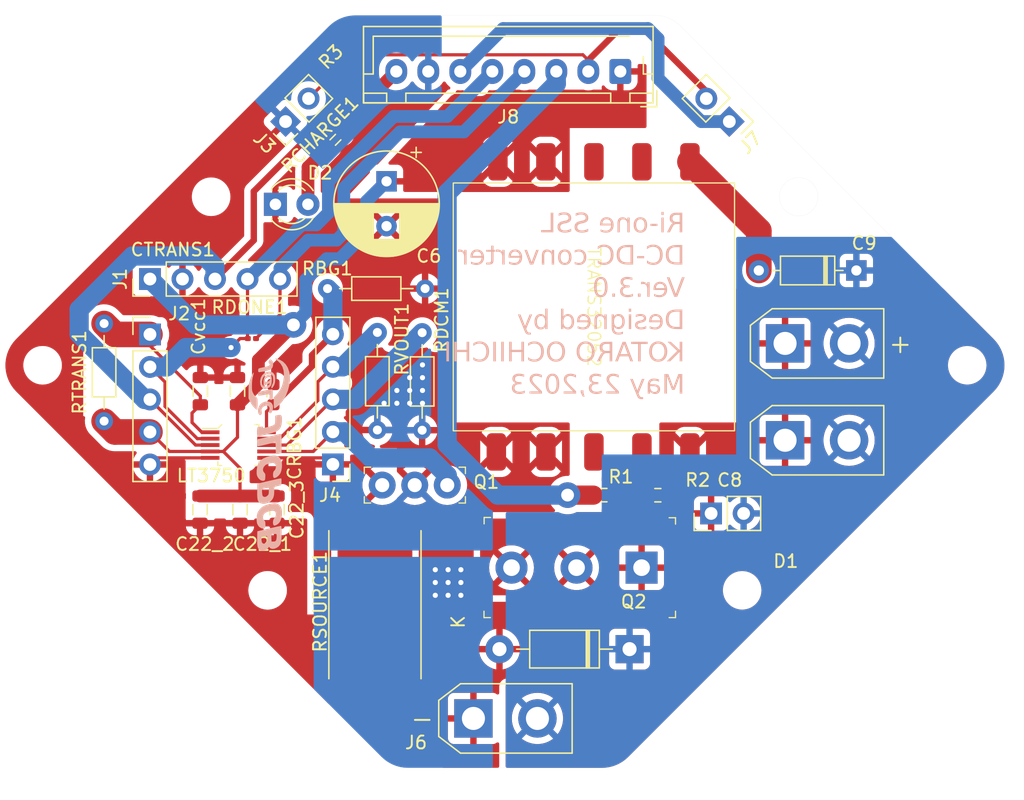
<source format=kicad_pcb>
(kicad_pcb (version 20221018) (generator pcbnew)
  (layers (0 "F.Cu" signal) (31 "B.Cu" signal) (34 "B.Paste" user) (35 "F.Paste" user) (36 "B.SilkS" user "B.Silkscreen") (37 "F.SilkS" user "F.Silkscreen") (38 "B.Mask" user) (39 "F.Mask" user) (44 "Edge.Cuts" user))
  (net 0 "")
  (net 1 "Net-(D1-A)")
  (net 2 "Net-(D2-A)")
  (net 3 "GND")
  (net 4 "GND2")
  (net 9 "/dcdcOUT")
  (net 10 "Net-(J4-rbg)")
  (net 11 "Net-(J2-vtrans)")
  (net 12 "Net-(J4-rvout)")
  (net 13 "Net-(J4-rdcm)")
  (net 14 "/source")
  (net 15 "/gate")
  (net 16 "/drain")
  (net 17 "14v")
  (net 18 "/charge")
  (net 19 "/DONE")
  (net 20 "Net-(J3-Pin_2)")
  (net 21 "/TR_SIG")
  (net 22 "+5V")
  (net 23 "Net-(J8-Pin_3)")
  (net 24 "/drain1")
  (net 25 "+3.3V")
  (net 26 "/gate1")
  (footprint "Diode_THT:D_DO-41_SOD81_P10.16mm_Horizontal" (layer "F.Cu") (at 102.674671 115.203787 180)
    (fp_text reference "D3" hide)
    (fp_text value "1N47xxA")
    (pad "1" thru_hole rect (at 0 0 180) (size 2.2 2.2) (drill 1.1) (layers "*.Cu" "*.Mask") (net 9 "/dcdcOUT"))
    (pad "2" thru_hole oval (at 10.16 0 180) (size 2.2 2.2) (drill 1.1) (layers "*.Cu" "*.Mask") (net 24 "/drain1"))
  )
  (footprint "digikey-footprints:0603" (layer "F.Cu") (at 79.701008 75.420954 45)
    (fp_text reference "RCHARGE1" (at -0.551581 -1.1469 45) (layer "F.SilkS"))
    (fp_text value "1kΩ")
    (pad "1" smd rect (at -0.7 0 45) (size 0.6 0.8) (layers "F.Cu" "F.Paste" "F.Mask") (net 2 "Net-(D2-A)"))
    (pad "2" smd rect (at 0.7 0 45) (size 0.6 0.8) (layers "F.Cu" "F.Paste" "F.Mask") (net 18 "/charge"))
  )
  (footprint "Connector_PinHeader_2.54mm:PinHeader_1x05_P2.54mm_Vertical" (layer "F.Cu") (at 65.213668 86.295444 90)
    (fp_text reference "J1" (at 0 -2.33 90) (layer "F.SilkS"))
    (fp_text value "Conn_01x05_Pin" hide)
    (pad "1" thru_hole rect (at 0 0 90) (size 1.7 1.7) (drill 1) (layers "*.Cu" "*.Mask") (net 17 "14v"))
    (pad "2" thru_hole oval (at 0 2.54 90) (size 1.7 1.7) (drill 1) (layers "*.Cu" "*.Mask") (net 3 "GND"))
    (pad "3" thru_hole oval (at 0 5.08 90) (size 1.7 1.7) (drill 1) (layers "*.Cu" "*.Mask") (net 18 "/charge"))
    (pad "4" thru_hole oval (at 0 7.62 90) (size 1.7 1.7) (drill 1) (layers "*.Cu" "*.Mask") (net 19 "/DONE"))
    (pad "5" thru_hole oval (at 0 10.16 90) (size 1.7 1.7) (drill 1) (layers "*.Cu" "*.Mask") (net 25 "+3.3V"))
  )
  (footprint "Resistor_SMD:R_0603_1608Metric" (layer "F.Cu") (at 104.884671 103.182121 180)
    (fp_text reference "R2" (at -3.115329 1.182121) (layer "F.SilkS"))
    (fp_text value "1kΩ")
    (pad "1" smd roundrect (at -0.825 0 180) (size 0.8 0.95) (layers "F.Cu" "F.Paste" "F.Mask") (net 4 "GND2"))
    (pad "2" smd roundrect (at 0.825 0 180) (size 0.8 0.95) (layers "F.Cu" "F.Paste" "F.Mask") (net 26 "/gate1"))
  )
  (footprint "Resistor_THT:R_Axial_DIN0204_L3.6mm_D1.6mm_P7.62mm_Horizontal" (layer "F.Cu") (at 82.975599 90.467334 -90)
    (fp_text reference "RVOUT1" (at 0.532666 -1.92 90) (layer "F.SilkS"))
    (fp_text value "30kΩ")
    (pad "1" thru_hole circle (at 0 0 270) (size 1.4 1.4) (drill 0.7) (layers "*.Cu" "*.Mask") (net 12 "Net-(J4-rvout)"))
    (pad "2" thru_hole oval (at 7.62 0 270) (size 1.4 1.4) (drill 0.7) (layers "*.Cu" "*.Mask") (net 16 "/drain"))
  )
  (footprint "Inductor_SMD:L_0805_2012Metric" (layer "F.Cu") (at 72.049975 95.053934 90)
    (fp_text reference "Cvcc1" (at 5.053934 -3.049975 90) (layer "F.SilkS"))
    (fp_text value "10uF")
    (pad "1" smd roundrect (at -1.0625 0 90) (size 0.875 1.2) (layers "F.Cu" "F.Paste" "F.Mask") (net 17 "14v"))
    (pad "2" smd roundrect (at 1.0625 0 90) (size 0.875 1.2) (layers "F.Cu" "F.Paste" "F.Mask") (net 3 "GND"))
  )
  (footprint "Connector_AMASS:AMASS_XT30UPB-F_1x02_P5.0mm_Vertical" (layer "F.Cu") (at 114.821651 91.32341)
    (fp_text reference "C9" (at 6.178349 -7.82341) (layer "F.SilkS"))
    (fp_text value "2200uF")
    (fp_text user "+" (at 9 0) (layer "F.SilkS") (effects (font (size 1.5 1.5))))
    (pad "1" thru_hole rect (at 0 0) (size 3 3) (drill 1.8) (layers "*.Cu" "*.Mask") (net 4 "GND2"))
    (pad "2" thru_hole circle (at 5 0) (size 3 3) (drill 1.8) (layers "*.Cu" "*.Mask") (net 9 "/dcdcOUT"))
  )
  (footprint "Inductor_SMD:L_0805_2012Metric" (layer "F.Cu") (at 69.147235 95.053934 -90)
    (fp_text reference "CTRANS1" (at -11.053934 2.147235 -180) (layer "F.SilkS"))
    (fp_text value "10uF 50v")
    (pad "1" smd roundrect (at -1.0625 0 270) (size 0.875 1.2) (layers "F.Cu" "F.Paste" "F.Mask") (net 3 "GND"))
    (pad "2" smd roundrect (at 1.0625 0 270) (size 0.875 1.2) (layers "F.Cu" "F.Paste" "F.Mask") (net 11 "Net-(J2-vtrans)"))
  )
  (footprint "Resistor_SMD:R_0201_0603Metric" (layer "F.Cu") (at 80.09252 69.695226 45)
    (fp_text reference "R3" (at 0 -1.05 45) (layer "F.SilkS"))
    (fp_text value "20kΩ")
    (pad "1" smd roundrect (at -0.32 0 45) (size 0.46 0.4) (layers "F.Cu" "F.Mask") (net 20 "Net-(J3-Pin_2)"))
    (pad "2" smd roundrect (at 0.32 0 45) (size 0.46 0.4) (layers "F.Cu" "F.Mask") (net 22 "+5V"))
  )
  (footprint "Connector_PinHeader_2.54mm:PinHeader_1x02_P2.54mm_Vertical" (layer "F.Cu") (at 75.805631 73.995214 135)
    (fp_text reference "J3" (at 0 -2.33 135) (layer "F.SilkS"))
    (fp_text value "Conn_01x02_Pin" hide)
    (pad "1" thru_hole rect (at 0 0 135) (size 1.7 1.7) (drill 1) (layers "*.Cu" "*.Mask") (net 3 "GND"))
    (pad "2" thru_hole oval (at 0 2.54 135) (size 1.7 1.7) (drill 1) (layers "*.Cu" "*.Mask") (net 20 "Net-(J3-Pin_2)"))
  )
  (footprint "Diode_THT:D_DO-35_SOD27_P7.62mm_Horizontal" (layer "F.Cu") (at 120.391651 85.627161 180)
    (fp_text reference "D1" (at 5.511436 -22.707986) (layer "F.SilkS"))
    (fp_text value "1N4007G")
    (fp_text user "K" (at 31.10609 -27.452039 90) (layer "F.SilkS"))
    (pad "1" thru_hole rect (at 0 0 180) (size 1.6 1.6) (drill 0.8) (layers "*.Cu" "*.Mask") (net 9 "/dcdcOUT"))
    (pad "2" thru_hole oval (at 7.62 0 180) (size 1.6 1.6) (drill 0.8) (layers "*.Cu" "*.Mask") (net 1 "Net-(D1-A)"))
  )
  (footprint "Inductor_SMD:L_0805_2012Metric" (layer "F.Cu") (at 72.247249 104.305965 -90)
    (fp_text reference "C22_1" (at 2.694035 -1.752751) (layer "F.SilkS"))
    (fp_text value "22uF")
    (pad "1" smd roundrect (at -1.0625 0 270) (size 0.875 1.2) (layers "F.Cu" "F.Paste" "F.Mask") (net 17 "14v"))
    (pad "2" smd roundrect (at 1.0625 0 270) (size 0.875 1.2) (layers "F.Cu" "F.Paste" "F.Mask") (net 3 "GND"))
  )
  (footprint "Resistor_SMD:R_0603_1608Metric" (layer "F.Cu") (at 100.671992 103.17481)
    (fp_text reference "R1" (at 1.328008 -1.43) (layer "F.SilkS"))
    (fp_text value "100Ω")
    (pad "1" smd roundrect (at -0.825 0) (size 0.8 0.95) (layers "F.Cu" "F.Paste" "F.Mask") (net 23 "Net-(J8-Pin_3)"))
    (pad "2" smd roundrect (at 0.825 0) (size 0.8 0.95) (layers "F.Cu" "F.Paste" "F.Mask") (net 26 "/gate1"))
  )
  (footprint "DCDC1_library:32052" (layer "F.Cu") (at 99.89 88.47 -90)
    (fp_text reference "TRANS32052" (at 0 0 -90 unlocked) (layer "F.SilkS") (effects (font (thickness 0.1))))
    (fp_text value "~")
    (pad "1" smd roundrect (at -11.33 -7.5 270) (size 2.92 1.52) (layers "F.Cu" "F.Paste" "F.Mask") (net 1 "Net-(D1-A)"))
    (pad "2" smd roundrect (at -11.33 -3.75 270) (size 2.92 1.52) (layers "F.Cu" "F.Paste" "F.Mask"))
    (pad "3" smd roundrect (at -11.33 0 270) (size 2.92 1.52) (layers "F.Cu" "F.Paste" "F.Mask"))
    (pad "4" smd roundrect (at -11.33 3.75 270) (size 2.92 1.52) (layers "F.Cu" "F.Paste" "F.Mask") (net 17 "14v"))
    (pad "5" smd roundrect (at -11.33 7.5 270) (size 2.92 1.52) (layers "F.Cu" "F.Paste" "F.Mask") (net 17 "14v"))
    (pad "6" smd roundrect (at 11.33 7.62 270) (size 2.92 1.52) (layers "F.Cu" "F.Paste" "F.Mask") (net 16 "/drain"))
    (pad "7" smd roundrect (at 11.33 3.75 270) (size 2.92 1.52) (layers "F.Cu" "F.Paste" "F.Mask") (net 16 "/drain"))
    (pad "8" smd roundrect (at 11.33 0 270) (size 2.92 1.52) (layers "F.Cu" "F.Paste" "F.Mask"))
    (pad "9" smd roundrect (at 11.33 -3.75 270) (size 2.92 1.52) (layers "F.Cu" "F.Paste" "F.Mask"))
    (pad "10" smd roundrect (at 11.33 -7.5 270) (size 2.92 1.52) (layers "F.Cu" "F.Paste" "F.Mask") (net 4 "GND2"))
  )
  (footprint "Resistor_THT:R_Axial_DIN0204_L3.6mm_D1.6mm_P7.62mm_Horizontal" (layer "F.Cu") (at 86.474925 90.484144 -90)
    (fp_text reference "RDCM1" (at -0.984144 -1.525075 90) (layer "F.SilkS"))
    (fp_text value "42kΩ")
    (pad "1" thru_hole circle (at 0 0 270) (size 1.4 1.4) (drill 0.7) (layers "*.Cu" "*.Mask") (net 13 "Net-(J4-rdcm)"))
    (pad "2" thru_hole oval (at 7.62 0 270) (size 1.4 1.4) (drill 0.7) (layers "*.Cu" "*.Mask") (net 16 "/drain"))
  )
  (footprint "Connector_PinHeader_2.54mm:PinHeader_1x02_P2.54mm_Vertical" (layer "F.Cu") (at 109.04489 104.605248 90)
    (fp_text reference "C8" (at 2.605248 1.45511 180) (layer "F.SilkS"))
    (fp_text value locked "0.1uF")
    (pad "1" thru_hole rect (at 0 0 90) (size 1.7 1.7) (drill 1) (layers "*.Cu" "*.Mask") (net 4 "GND2"))
    (pad "2" thru_hole oval (at 0 2.54 90) (size 1.7 1.7) (drill 1) (layers "*.Cu" "*.Mask") (net 9 "/dcdcOUT"))
  )
  (footprint "Resistor_SMD:R_Shunt_Vishay_WSR2_WSR3" (layer "F.Cu") (at 82.787085 111.732482 90)
    (fp_text reference "RSOURCE1" (at 0.232482 -4.287085 90) (layer "F.SilkS"))
    (fp_text value "0.01Ω")
    (pad "1" smd rect (at -4.575 0 90) (size 3.94 5.84) (layers "F.Cu" "F.Paste" "F.Mask") (net 3 "GND"))
    (pad "2" smd rect (at 4.575 0 90) (size 3.94 5.84) (layers "F.Cu" "F.Paste" "F.Mask") (net 14 "/source"))
  )
  (footprint "Capacitor_THT:CP_Radial_D8.0mm_P3.50mm" (layer "F.Cu") (at 83.693 78.6638 -90)
    (fp_text reference "C6" (at 5.8362 -3.307 -180) (layer "F.SilkS"))
    (fp_text value "150uF 35v")
    (pad "1" thru_hole rect (at 0 0 270) (size 1.6 1.6) (drill 0.8) (layers "*.Cu" "*.Mask") (net 17 "14v"))
    (pad "2" thru_hole circle (at 3.5 0 270) (size 1.6 1.6) (drill 0.8) (layers "*.Cu" "*.Mask") (net 3 "GND"))
  )
  (footprint "Connector_PinHeader_2.54mm:PinHeader_1x05_P2.54mm_Vertical" (layer "F.Cu") (at 65.213668 90.621638)
    (fp_text reference "J2" (at 2.286332 -1.621638) (layer "F.SilkS"))
    (fp_text value "Conn_01x05_Pin" hide)
    (pad "1" thru_hole rect (at 0 0) (size 1.7 1.7) (drill 1) (layers "*.Cu" "*.Mask") (net 11 "Net-(J2-vtrans)"))
    (pad "2" thru_hole oval (at 0 2.54) (size 1.7 1.7) (drill 1) (layers "*.Cu" "*.Mask") (net 19 "/DONE"))
    (pad "3" thru_hole oval (at 0 5.08) (size 1.7 1.7) (drill 1) (layers "*.Cu" "*.Mask") (net 18 "/charge"))
    (pad "4" thru_hole oval (at 0 7.62) (size 1.7 1.7) (drill 1) (layers "*.Cu" "*.Mask") (net 17 "14v"))
    (pad "5" thru_hole oval (at 0 10.16) (size 1.7 1.7) (drill 1) (layers "*.Cu" "*.Mask") (net 3 "GND"))
  )
  (footprint "LED_THT:LED_D3.0mm_FlatTop" (layer "F.Cu") (at 75.013651 80.459241)
    (fp_text reference "D2" (at 3.486349 -2.459241) (layer "F.SilkS"))
    (fp_text value "LED")
    (pad "1" thru_hole rect (at 0 0) (size 1.8 1.8) (drill 0.9) (layers "*.Cu" "*.Mask") (net 3 "GND"))
    (pad "2" thru_hole circle (at 2.54 0) (size 1.8 1.8) (drill 0.9) (layers "*.Cu" "*.Mask") (net 2 "Net-(D2-A)"))
  )
  (footprint "digikey-footprints:MSOP-10_W3mm" (layer "F.Cu") (at 72.1179 99.263492 -90)
    (fp_text reference "LT3750" (at 2.388752 2.1179) (layer "F.SilkS"))
    (fp_text value "~")
    (pad "1" smd rect (at -1 2.2 270) (size 0.3 1.45) (layers "F.Cu" "F.Paste" "F.Mask") (net 11 "Net-(J2-vtrans)"))
    (pad "2" smd rect (at -0.5 2.2 270) (size 0.3 1.45) (layers "F.Cu" "F.Paste" "F.Mask") (net 19 "/DONE"))
    (pad "3" smd rect (at 0 2.2 270) (size 0.3 1.45) (layers "F.Cu" "F.Paste" "F.Mask") (net 18 "/charge"))
    (pad "4" smd rect (at 0.5 2.2 270) (size 0.3 1.45) (layers "F.Cu" "F.Paste" "F.Mask") (net 17 "14v"))
    (pad "5" smd rect (at 1 2.2 270) (size 0.3 1.45) (layers "F.Cu" "F.Paste" "F.Mask") (net 3 "GND"))
    (pad "6" smd rect (at 1 -2.2 270) (size 0.3 1.45) (layers "F.Cu" "F.Paste" "F.Mask") (net 14 "/source"))
    (pad "7" smd rect (at 0.5 -2.2 270) (size 0.3 1.45) (layers "F.Cu" "F.Paste" "F.Mask") (net 15 "/gate"))
    (pad "8" smd rect (at 0 -2.2 270) (size 0.3 1.45) (layers "F.Cu" "F.Paste" "F.Mask") (net 13 "Net-(J4-rdcm)"))
    (pad "9" smd rect (at -0.5 -2.2 270) (size 0.3 1.45) (layers "F.Cu" "F.Paste" "F.Mask") (net 12 "Net-(J4-rvout)"))
    (pad "10" smd rect (at -1 -2.2 270) (size 0.3 1.45) (layers "F.Cu" "F.Paste" "F.Mask") (net 10 "Net-(J4-rbg)"))
  )
  (footprint "Inductor_SMD:L_0603_1608Metric" (layer "F.Cu") (at 74.856533 95.323934 90)
    (fp_text reference "CRBG1" (at -4.176066 1.643467 90) (layer "F.SilkS"))
    (fp_text value "51pF")
    (pad "1" smd roundrect (at -0.7875 0 90) (size 0.875 0.95) (layers "F.Cu" "F.Paste" "F.Mask") (net 10 "Net-(J4-rbg)"))
    (pad "2" smd roundrect (at 0.7875 0 90) (size 0.875 0.95) (layers "F.Cu" "F.Paste" "F.Mask") (net 3 "GND"))
  )
  (footprint "Resistor_SMD:R_0201_0603Metric" (layer "F.Cu") (at 73.177209 90.944093 180)
    (fp_text reference "RDONE1" (at 0.177209 2.444093) (layer "F.SilkS"))
    (fp_text value "100kΩ")
    (pad "1" smd roundrect (at -0.32 0 180) (size 0.46 0.4) (layers "F.Cu" "F.Mask") (net 25 "+3.3V"))
    (pad "2" smd roundrect (at 0.32 0 180) (size 0.46 0.4) (layers "F.Cu" "F.Mask") (net 19 "/DONE"))
  )
  (footprint "Connector_AMASS:AMASS_XT30UPB-F_1x02_P5.0mm_Vertical" (layer "F.Cu") (at 114.821651 98.889433)
    (fp_text reference "J5" hide)
    (fp_text value "Conn_01x02_Pin" hide)
    (pad "1" thru_hole rect (at 0 0) (size 3 3) (drill 1.8) (layers "*.Cu" "*.Mask") (net 4 "GND2"))
    (pad "2" thru_hole circle (at 5 0) (size 3 3) (drill 1.8) (layers "*.Cu" "*.Mask") (net 9 "/dcdcOUT"))
  )
  (footprint "Resistor_THT:R_Axial_DIN0204_L3.6mm_D1.6mm_P7.62mm_Horizontal" (layer "F.Cu") (at 79.083796 87.042366)
    (fp_text reference "RBG1" (at -0.017704 -1.560923) (layer "F.SilkS"))
    (fp_text value "2.49kΩ")
    (pad "1" thru_hole circle (at 0 0) (size 1.4 1.4) (drill 0.7) (layers "*.Cu" "*.Mask") (net 10 "Net-(J4-rbg)"))
    (pad "2" thru_hole oval (at 7.62 0) (size 1.4 1.4) (drill 0.7) (layers "*.Cu" "*.Mask") (net 3 "GND"))
  )
  (footprint "Inductor_SMD:L_0805_2012Metric" (layer "F.Cu") (at 69.124622 104.305965 -90)
    (fp_text reference "C22_2" (at 2.694035 -0.375378) (layer "F.SilkS"))
    (fp_text value "22uF")
    (pad "1" smd roundrect (at -1.0625 0 270) (size 0.875 1.2) (layers "F.Cu" "F.Paste" "F.Mask") (net 17 "14v"))
    (pad "2" smd roundrect (at 1.0625 0 270) (size 0.875 1.2) (layers "F.Cu" "F.Paste" "F.Mask") (net 3 "GND"))
  )
  (footprint "Connector_PinHeader_2.54mm:PinHeader_1x02_P2.54mm_Vertical" (layer "F.Cu") (at 110.466747 73.995214 -135)
    (fp_text reference "J7" (at 0 -2.33 45) (layer "F.SilkS"))
    (fp_text value "Conn_01x02_Pin" hide)
    (pad "1" thru_hole rect (at 0 0 225) (size 1.7 1.7) (drill 1) (layers "*.Cu" "*.Mask") (net 21 "/TR_SIG"))
    (pad "2" thru_hole oval (at 0 2.54 225) (size 1.7 1.7) (drill 1) (layers "*.Cu" "*.Mask") (net 22 "+5V"))
  )
  (footprint "Connector_PinHeader_2.54mm:PinHeader_1x05_P2.54mm_Vertical" (layer "F.Cu") (at 79.5 100.771638 180)
    (fp_text reference "J4" (at 0.220442 -2.413126) (layer "F.SilkS"))
    (fp_text value "Conn_01x05_Pin" hide)
    (pad "1" thru_hole rect (at 0 0 180) (size 1.7 1.7) (drill 1) (layers "*.Cu" "*.Mask") (net 14 "/source"))
    (pad "2" thru_hole oval (at 0 2.54 180) (size 1.7 1.7) (drill 1) (layers "*.Cu" "*.Mask") (net 15 "/gate"))
    (pad "3" thru_hole oval (at 0 5.08 180) (size 1.7 1.7) (drill 1) (layers "*.Cu" "*.Mask") (net 13 "Net-(J4-rdcm)"))
    (pad "4" thru_hole oval (at 0 7.62 180) (size 1.7 1.7) (drill 1) (layers "*.Cu" "*.Mask") (net 12 "Net-(J4-rvout)"))
    (pad "5" thru_hole oval (at 0 10.16 180) (size 1.7 1.7) (drill 1) (layers "*.Cu" "*.Mask") (net 10 "Net-(J4-rbg)"))
  )
  (footprint "Connector_JST:JST_XH_B8B-XH-AM_1x08_P2.50mm_Vertical" (layer "F.Cu") (at 101.952979 70.080398 180)
    (fp_text reference "J8" (at 8.75 -3.55 180) (layer "F.SilkS"))
    (fp_text value "Conn_01x08_Pin")
    (pad "" np_thru_hole circle (at -1.6 2 180) (size 1.2 1.2) (drill 1.2) (layers "*.Cu" "*.Mask"))
    (pad "1" thru_hole roundrect (at 0 0 180) (size 1.7 1.95) (drill 0.95) (layers "*.Cu" "*.Mask") (roundrect_rratio 0.147059) (net 17 "14v"))
    (pad "2" thru_hole oval (at 2.5 0 180) (size 1.7 1.95) (drill 0.95) (layers "*.Cu" "*.Mask") (net 22 "+5V"))
    (pad "3" thru_hole oval (at 5 0 180) (size 1.7 1.95) (drill 0.95) (layers "*.Cu" "*.Mask") (net 23 "Net-(J8-Pin_3)"))
    (pad "4" thru_hole oval (at 7.5 0 180) (size 1.7 1.95) (drill 0.95) (layers "*.Cu" "*.Mask") (net 25 "+3.3V"))
    (pad "5" thru_hole oval (at 10 0 180) (size 1.7 1.95) (drill 0.95) (layers "*.Cu" "*.Mask") (net 19 "/DONE"))
    (pad "6" thru_hole oval (at 12.5 0 180) (size 1.7 1.95) (drill 0.95) (layers "*.Cu" "*.Mask") (net 21 "/TR_SIG"))
    (pad "7" thru_hole oval (at 15 0 180) (size 1.7 1.95) (drill 0.95) (layers "*.Cu" "*.Mask") (net 3 "GND"))
    (pad "8" thru_hole oval (at 17.5 0 180) (size 1.7 1.95) (drill 0.95) (layers "*.Cu" "*.Mask") (net 18 "/charge"))
  )
  (footprint "Connector_AMASS:AMASS_XT30UPB-F_1x02_P5.0mm_Vertical" (layer "F.Cu") (at 90.479586 120.617232)
    (fp_text reference "J6" (at -4.479586 1.882768) (layer "F.SilkS"))
    (fp_text value "Conn_01x02_Pin" hide)
    (fp_text user "-" (at -4 0) (layer "F.SilkS") (effects (font (size 1.5 1.5))))
    (pad "1" thru_hole rect (at 0 0) (size 3 3) (drill 1.8) (layers "*.Cu" "*.Mask") (net 24 "/drain1"))
    (pad "2" thru_hole circle (at 5 0) (size 3 3) (drill 1.8) (layers "*.Cu" "*.Mask") (net 9 "/dcdcOUT"))
  )
  (footprint "digikey-footprints:TERM_BLOCK_1x3_P5.08MM" (layer "F.Cu") (at 103.614671 108.840342 180)
    (fp_text reference "Q2" (at 0.614671 -2.659658) (layer "F.SilkS"))
    (fp_text value "IRFP150NPbF")
    (pad "1" thru_hole rect (at 0 0 180) (size 2.5 2.5) (drill 1.3) (layers "*.Cu" "*.Mask") (net 4 "GND2"))
    (pad "2" thru_hole circle (at 5.08 0 180) (size 2.5 2.5) (drill 1.3) (layers "*.Cu" "*.Mask") (net 24 "/drain1"))
    (pad "3" thru_hole circle (at 10.16 0 180) (size 2.5 2.5) (drill 1.3) (layers "*.Cu" "*.Mask") (net 26 "/gate1"))
  )
  (footprint "Inductor_SMD:L_0805_2012Metric" (layer "F.Cu") (at 75.138571 104.305965 -90)
    (fp_text reference "C22_3" (at 0 -1.55 90) (layer "F.SilkS"))
    (fp_text value "22uF")
    (pad "1" smd roundrect (at -1.0625 0 270) (size 0.875 1.2) (layers "F.Cu" "F.Paste" "F.Mask") (net 17 "14v"))
    (pad "2" smd roundrect (at 1.0625 0 270) (size 0.875 1.2) (layers "F.Cu" "F.Paste" "F.Mask") (net 3 "GND"))
  )
  (footprint "digikey-footprints:PinHeader_1x3_P2.54_Drill1.1mm" (layer "F.Cu") (at 83.354722 102.392121)
    (fp_text reference "Q1" (at 8.129363 -0.238282) (layer "F.SilkS"))
    (fp_text value "tk20a60u")
    (pad "1" thru_hole circle (at 0 0) (size 2.1 2.1) (drill 1.1) (layers "*.Cu" "*.Mask") (net 14 "/source"))
    (pad "2" thru_hole circle (at 2.54 0) (size 2.1 2.1) (drill 1.1) (layers "*.Cu" "*.Mask") (net 16 "/drain"))
    (pad "3" thru_hole circle (at 5.08 0) (size 2.1 2.1) (drill 1.1) (layers "*.Cu" "*.Mask") (net 15 "/gate"))
  )
  (footprint "Resistor_THT:R_Axial_DIN0204_L3.6mm_D1.6mm_P7.62mm_Horizontal" (layer "F.Cu") (at 61.63181 97.391638 90)
    (fp_text reference "RTRANS1" (at 3.81 -1.92 90) (layer "F.SilkS"))
    (fp_text value "0Ω")
    (pad "1" thru_hole circle (at 0 0 90) (size 1.4 1.4) (drill 0.7) (layers "*.Cu" "*.Mask") (net 17 "14v"))
    (pad "2" thru_hole oval (at 7.62 0 90) (size 1.4 1.4) (drill 0.7) (layers "*.Cu" "*.Mask") (net 11 "Net-(J2-vtrans)"))
  )
  (footprint "DCDC1_library:jlc4" (layer "B.Cu") (at 74.5 100 -90)
    (fp_text reference "G***" hide)
    (fp_text value "LOGO" hide)
  )
  (gr_line (start 79.190161 66.55329) (end 77.249601 68.49385) (stroke (width 0.00764)) (layer "Edge.Cuts"))
  (gr_line (start 104.629286 65.700725) (end 81.248436 65.700725) (stroke (width 0.00764)) (layer "Edge.Cuts"))
  (gr_line (start 122.487516 82.353246) (end 108.62812 68.49385) (stroke (width 0.00764)) (layer "Edge.Cuts"))
  (gr_line (start 63.390205 82.353246) (end 54.77 90.973451) (stroke (width 0.00764)) (layer "Edge.Cuts"))
  (gr_line (start 108.62812 68.49385) (end 106.68756 66.55329) (stroke (width 0.00764)) (layer "Edge.Cuts"))
  (gr_line (start 115.463247 110.734474) (end 131.107721 95.09) (stroke (width 0.00764)) (layer "Edge.Cuts"))
  (gr_circle (center 56.828275 93.031726) (end 58.332209 93.031726) (stroke (width 0.00764)) (fill none) (layer "Edge.Cuts"))
  (gr_line (start 54.77 95.09) (end 70.414475 110.734474) (stroke (width 0.00764)) (layer "Edge.Cuts"))
  (gr_line (start 92.938861 124.476156) (end 100.515856 124.476156) (stroke (width 0.00764)) (layer "Edge.Cuts"))
  (gr_circle (center 111.471209 110.609963) (end 112.975143 110.609963) (stroke (width 0.00764)) (fill none) (layer "Edge.Cuts"))
  (gr_arc (start 85.361866 124.476156) (mid 84.247931 124.25459) (end 83.303591 123.623591) (stroke (width 0.00764)) (layer "Edge.Cuts"))
  (gr_line (start 70.414475 110.734474) (end 83.303591 123.623591) (stroke (width 0.00764)) (layer "Edge.Cuts"))
  (gr_line (start 131.107721 90.973451) (end 122.487516 82.353246) (stroke (width 0.00764)) (layer "Edge.Cuts"))
  (gr_circle (center 115.885983 79.868262) (end 117.389917 79.868262) (stroke (width 0.00764)) (fill none) (layer "Edge.Cuts"))
  (gr_arc (start 131.107721 90.973451) (mid 131.960288 93.031725) (end 131.107721 95.09) (stroke (width 0.00764)) (layer "Edge.Cuts"))
  (gr_circle (center 74.406513 110.609963) (end 75.910447 110.609963) (stroke (width 0.00764)) (fill none) (layer "Edge.Cuts"))
  (gr_line (start 102.574131 123.623591) (end 115.463247 110.734474) (stroke (width 0.00764)) (layer "Edge.Cuts"))
  (gr_arc (start 79.190161 66.55329) (mid 80.134505 65.922298) (end 81.248436 65.700725) (stroke (width 0.00764)) (layer "Edge.Cuts"))
  (gr_circle (center 69.991739 79.868262) (end 71.495673 79.868262) (stroke (width 0.00764)) (fill none) (layer "Edge.Cuts"))
  (gr_arc (start 54.77 95.09) (mid 53.917434 93.031725) (end 54.77 90.973451) (stroke (width 0.00764)) (layer "Edge.Cuts"))
  (gr_arc (start 102.574131 123.623591) (mid 101.62979 124.254598) (end 100.515856 124.476156) (stroke (width 0.00764)) (layer "Edge.Cuts"))
  (gr_circle (center 129.049447 93.031726) (end 130.553381 93.031726) (stroke (width 0.00764)) (fill none) (layer "Edge.Cuts"))
  (gr_line (start 77.249601 68.49385) (end 63.390205 82.353246) (stroke (width 0.00764)) (layer "Edge.Cuts"))
  (gr_arc (start 104.629286 65.700725) (mid 105.743225 65.922285) (end 106.68756 66.55329) (stroke (width 0.00764)) (layer "Edge.Cuts"))
  (gr_line (start 85.361866 124.476156) (end 92.938861 124.476156) (stroke (width 0.00764)) (layer "Edge.Cuts"))
  (gr_text "Ri-one SSL\nDC-DC converter \nVer.3.0\nDesigned by \nKOTARO OCHIICHI\nMay 23,2023" (at 107 95.5) (layer "B.SilkS") (effects (font (size 1.5 1.5)) (justify left bottom mirror)))
  (segment (start 112.771651 82.521651) (end 107.39 77.14) (width 2) (layer "F.Cu") (net 1))
  (segment (start 112.771651 85.627161) (end 112.771651 82.521651) (width 2) (layer "F.Cu") (net 1))
  (segment (start 77.553651 77.929573) (end 77.553651 80.459241) (width 1) (layer "F.Cu") (net 2))
  (segment (start 77.564568 77.918656) (end 77.553651 77.929573) (width 1) (layer "F.Cu") (net 2))
  (segment (start 79.206033 75.915929) (end 77.564568 77.557394) (width 1) (layer "F.Cu") (net 2))
  (segment (start 77.564568 77.557394) (end 77.564568 77.918656) (width 1) (layer "F.Cu") (net 2))
  (segment (start 65.731814 100.263492) (end 65.213668 100.781638) (width 0.25) (layer "F.Cu") (net 3))
  (segment (start 69.9179 100.263492) (end 65.731814 100.263492) (width 0.25) (layer "F.Cu") (net 3))
  (segment (start 74.3179 96.650067) (end 74.856533 96.111434) (width 0.25) (layer "F.Cu") (net 10))
  (segment (start 77.872849 92.238789) (end 79.5 90.611638) (width 0.5) (layer "F.Cu") (net 10))
  (segment (start 74.856533 96.111434) (end 77.872849 93.095118) (width 0.5) (layer "F.Cu") (net 10))
  (segment (start 74.3179 98.263492) (end 74.3179 96.650067) (width 0.25) (layer "F.Cu") (net 10))
  (segment (start 77.872849 93.095118) (end 77.872849 92.238789) (width 0.5) (layer "F.Cu") (net 10))
  (segment (start 79.5 87.45857) (end 79.083796 87.042366) (width 1.5) (layer "B.Cu") (net 10))
  (segment (start 79.5 90.611638) (end 79.5 87.45857) (width 1.5) (layer "B.Cu") (net 10))
  (segment (start 68.5 97.5) (end 69.263492 98.263492) (width 0.25) (layer "F.Cu") (net 11))
  (segment (start 69.147235 95.433504) (end 65.213668 91.499937) (width 0.25) (layer "F.Cu") (net 11))
  (segment (start 69.147235 96.116434) (end 68.5 96.763669) (width 0.25) (layer "F.Cu") (net 11))
  (segment (start 62.48181 90.621638) (end 61.63181 89.771638) (width 2) (layer "F.Cu") (net 11))
  (segment (start 69.147235 96.116434) (end 69.147235 95.433504) (width 0.25) (layer "F.Cu") (net 11))
  (segment (start 68.5 96.763669) (end 68.5 97.5) (width 0.25) (layer "F.Cu") (net 11))
  (segment (start 65.213668 90.621638) (end 62.48181 90.621638) (width 2) (layer "F.Cu") (net 11))
  (segment (start 69.263492 98.263492) (end 69.9179 98.263492) (width 0.25) (layer "F.Cu") (net 11))
  (segment (start 65.213668 91.499937) (end 65.213668 90.621638) (width 0.25) (layer "F.Cu") (net 11))
  (segment (start 74.3179 98.763492) (end 75.3429 98.763492) (width 0.25) (layer "F.Cu") (net 12))
  (segment (start 78.325 95.781392) (end 78.325 94.326638) (width 0.25) (layer "F.Cu") (net 12))
  (segment (start 78.325 94.326638) (end 79.5 93.151638) (width 0.25) (layer "F.Cu") (net 12))
  (segment (start 75.3429 98.763492) (end 78.325 95.781392) (width 0.25) (layer "F.Cu") (net 12))
  (segment (start 82.975599 90.467334) (end 80.291295 93.151638) (width 1.5) (layer "B.Cu") (net 12))
  (segment (start 80.291295 93.151638) (end 79.5 93.151638) (width 1.5) (layer "B.Cu") (net 12))
  (segment (start 74.3179 99.263492) (end 75.928146 99.263492) (width 0.25) (layer "F.Cu") (net 13))
  (segment (start 75.928146 99.263492) (end 79.5 95.691638) (width 0.25) (layer "F.Cu") (net 13))
  (segment (start 86.474925 90.484144) (end 81.267431 95.691638) (width 1.5) (layer "B.Cu") (net 13))
  (segment (start 81.267431 95.691638) (end 79.5 95.691638) (width 1.5) (layer "B.Cu") (net 13))
  (segment (start 74.3179 100.263492) (end 78.991854 100.263492) (width 0.25) (layer "F.Cu") (net 14))
  (segment (start 78.991854 100.263492) (end 79.5 100.771638) (width 0.25) (layer "F.Cu") (net 14))
  (via (at 88.5 111) (size 0.8) (drill 0.4) (layers "F.Cu" "B.Cu") (net 14))
  (via (at 89.5 109) (size 0.8) (drill 0.4) (layers "F.Cu" "B.Cu") (net 14))
  (via (at 87.5 110) (size 0.8) (drill 0.4) (layers "F.Cu" "B.Cu") (net 14))
  (via (at 87.5 111) (size 0.8) (drill 0.4) (layers "F.Cu" "B.Cu") (net 14))
  (via (at 89.5 110) (size 0.8) (drill 0.4) (layers "F.Cu" "B.Cu") (net 14))
  (via (at 89.5 111) (size 0.8) (drill 0.4) (layers "F.Cu" "B.Cu") (net 14))
  (via (at 88.5 109) (size 0.8) (drill 0.4) (layers "F.Cu" "B.Cu") (net 14))
  (via (at 88.5 110) (size 0.8) (drill 0.4) (layers "F.Cu" "B.Cu") (net 14))
  (via (at 87.5 109) (size 0.8) (drill 0.4) (layers "F.Cu" "B.Cu") (net 14))
  (segment (start 77.968146 99.763492) (end 79.5 98.231638) (width 0.25) (layer "F.Cu") (net 15))
  (segment (start 74.3179 99.763492) (end 77.968146 99.763492) (width 0.25) (layer "F.Cu") (net 15))
  (segment (start 79.5 98.231638) (end 80.432897 98.231638) (width 1.5) (layer "B.Cu") (net 15))
  (segment (start 80.432897 98.231638) (end 82.464959 100.2637) (width 1.5) (layer "B.Cu") (net 15))
  (segment (start 87.0663 100.2637) (end 88.434722 101.632122) (width 1.5) (layer "B.Cu") (net 15))
  (segment (start 82.464959 100.2637) (end 87.0663 100.2637) (width 1.5) (layer "B.Cu") (net 15))
  (segment (start 88.434722 101.632122) (end 88.434722 102.392121) (width 1.5) (layer "B.Cu") (net 15))
  (via (at 86.5 95) (size 0.8) (drill 0.4) (layers "F.Cu" "B.Cu") (net 16))
  (via (at 85.5 94) (size 0.8) (drill 0.4) (layers "F.Cu" "B.Cu") (net 16))
  (via (at 86.5 93) (size 0.8) (drill 0.4) (layers "F.Cu" "B.Cu") (net 16))
  (via (at 86.5 96) (size 0.8) (drill 0.4) (layers "F.Cu" "B.Cu") (net 16))
  (via (at 86.5 94) (size 0.8) (drill 0.4) (layers "F.Cu" "B.Cu") (net 16))
  (via (at 83.5 96) (size 0.8) (drill 0.4) (layers "F.Cu" "B.Cu") (net 16))
  (via (at 85.5 96) (size 0.8) (drill 0.4) (layers "F.Cu" "B.Cu") (net 16))
  (via (at 84.5 95) (size 0.8) (drill 0.4) (layers "F.Cu" "B.Cu") (net 16))
  (via (at 84.5 96) (size 0.8) (drill 0.4) (layers "F.Cu" "B.Cu") (net 16))
  (via (at 85.5 95) (size 0.8) (drill 0.4) (layers "F.Cu" "B.Cu") (net 16))
  (segment (start 72.247249 101.067841) (end 72.247249 103.243465) (width 0.25) (layer "F.Cu") (net 17))
  (segment (start 75.138571 103.243465) (end 72.247249 103.243465) (width 1) (layer "F.Cu") (net 17))
  (segment (start 69.9179 99.763492) (end 70.9429 99.763492) (width 0.25) (layer "F.Cu") (net 17))
  (segment (start 66.735522 99.763492) (end 65.213668 98.241638) (width 0.25) (layer "F.Cu") (net 17))
  (segment (start 69.9179 99.763492) (end 66.735522 99.763492) (width 0.25) (layer "F.Cu") (net 17))
  (segment (start 72.049975 96.116434) (end 73.681533 94.484876) (width 1) (layer "F.Cu") (net 17))
  (segment (start 65.213668 98.241638) (end 62.48181 98.241638) (width 2) (layer "F.Cu") (net 17))
  (segment (start 70.9429 99.763492) (end 72.247249 101.067841) (width 0.25) (layer "F.Cu") (net 17))
  (segment (start 72.049975 98.656417) (end 72.049975 96.116434) (width 0.25) (layer "F.Cu") (net 17))
  (segment (start 70.9429 99.763492) (end 72.049975 98.656417) (width 0.25) (layer "F.Cu") (net 17))
  (segment (start 73.681533 92.617357) (end 76.422849 89.876041) (width 1) (layer "F.Cu") (net 17))
  (segment (start 69.124622 103.243465) (end 72.247249 103.243465) (width 1) (layer "F.Cu") (net 17))
  (segment (start 73.681533 94.484876) (end 73.681533 92.617357) (width 1) (layer "F.Cu") (net 17))
  (segment (start 62.48181 98.241638) (end 61.63181 97.391638) (width 2) (layer "F.Cu") (net 17))
  (via (at 76.422849 89.876041) (size 2) (drill 1) (layers "F.Cu" "B.Cu") (net 17))
  (segment (start 80.043492 84.709) (end 82.1436 82.608892) (width 1) (layer "B.Cu") (net 17))
  (segment (start 76.422849 89.876041) (end 77.373753 88.925137) (width 1) (layer "B.Cu") (net 17))
  (segment (start 82.1436 82.608892) (end 82.1436 80.2132) (width 1) (layer "B.Cu") (net 17))
  (segment (start 77.373753 86.348245) (end 79.012998 84.709) (width 1) (layer "B.Cu") (net 17))
  (segment (start 79.012998 84.709) (end 80.043492 84.709) (width 1) (layer "B.Cu") (net 17))
  (segment (start 65.213668 86.301029) (end 65.213668 86.295444) (width 1.5) (layer "B.Cu") (net 17))
  (segment (start 76.422849 89.876041) (end 68.78868 89.876041) (width 1.5) (layer "B.Cu") (net 17))
  (segment (start 77.373753 88.925137) (end 77.373753 86.348245) (width 1) (layer "B.Cu") (net 17))
  (segment (start 82.1436 80.2132) (end 83.693 78.6638) (width 1) (layer "B.Cu") (net 17))
  (segment (start 68.78868 89.876041) (end 65.213668 86.301029) (width 1.5) (layer "B.Cu") (net 17))
  (segment (start 80.195983 74.337394) (end 84.452979 70.080398) (width 1) (layer "F.Cu") (net 18))
  (segment (start 65.213668 95.701638) (end 68.775522 99.263492) (width 0.25) (layer "F.Cu") (net 18))
  (segment (start 70.293668 86.295444) (end 73.323538 83.265574) (width 0.5) (layer "F.Cu") (net 18))
  (segment (start 73.323538 79.449354) (end 77.846913 74.925979) (width 0.5) (layer "F.Cu") (net 18))
  (segment (start 68.775522 99.263492) (end 69.9179 99.263492) (width 0.25) (layer "F.Cu") (net 18))
  (segment (start 80.195983 74.925979) (end 80.195983 74.337394) (width 1) (layer "F.Cu") (net 18))
  (segment (start 73.323538 83.265574) (end 73.323538 79.449354) (width 0.5) (layer "F.Cu") (net 18))
  (segment (start 77.846913 74.925979) (end 80.195983 74.925979) (width 0.5) (layer "F.Cu") (net 18))
  (segment (start 69.450166 84.495444) (end 70.293668 85.338946) (width 1.5) (layer "B.Cu") (net 18))
  (segment (start 65.213668 95.701638) (end 64.804094 95.701638) (width 1.5) (layer "B.Cu") (net 18))
  (segment (start 59.681811 90.579355) (end 59.681811 88.668215) (width 1.5) (layer "B.Cu") (net 18))
  (segment (start 63.854582 84.495444) (end 69.450166 84.495444) (width 1.5) (layer "B.Cu") (net 18))
  (segment (start 59.681811 88.668215) (end 63.854582 84.495444) (width 1.5) (layer "B.Cu") (net 18))
  (segment (start 64.804094 95.701638) (end 59.681811 90.579355) (width 1.5) (layer "B.Cu") (net 18))
  (segment (start 70.293668 85.338946) (end 70.293668 86.295444) (width 1.5) (layer "B.Cu") (net 18))
  (segment (start 72.251134 90.944093) (end 71.546735 91.648492) (width 0.25) (layer "F.Cu") (net 19))
  (segment (start 72.857209 90.944093) (end 72.833668 90.920552) (width 0.25) (layer "F.Cu") (net 19))
  (segment (start 66.388668 94.336638) (end 65.213668 93.161638) (width 0.25) (layer "F.Cu") (net 19))
  (segment (start 72.857209 90.944093) (end 72.251134 90.944093) (width 0.25) (layer "F.Cu") (net 19))
  (segment (start 69.9179 98.763492) (end 68.911918 98.763492) (width 0.25) (layer "F.Cu") (net 19))
  (segment (start 72.833668 90.920552) (end 72.833668 86.295444) (width 0.25) (layer "F.Cu") (net 19))
  (segment (start 66.388668 96.240242) (end 66.388668 94.336638) (width 0.25) (layer "F.Cu") (net 19))
  (segment (start 68.911918 98.763492) (end 66.388668 96.240242) (width 0.25) (layer "F.Cu") (net 19))
  (via (at 71.546735 91.648492) (size 0.8) (drill 0.4) (layers "F.Cu" "B.Cu") (net 19))
  (segment (start 77.069871 82.059241) (end 78.216393 82.059241) (width 1) (layer "B.Cu") (net 19))
  (segment (start 66.497663 93.161638) (end 65.213668 93.161638) (width 1.5) (layer "B.Cu") (net 19))
  (segment (start 68.010809 91.648492) (end 66.497663 93.161638) (width 1.5) (layer "B.Cu") (net 19))
  (segment (start 79.153651 81.121983) (end 79.153651 78.702557) (width 1) (layer "B.Cu") (net 19))
  (segment (start 72.833668 86.295444) (end 77.069871 82.059241) (width 1) (layer "B.Cu") (net 19))
  (segment (start 79.153651 78.702557) (end 84.258477 73.597731) (width 1) (layer "B.Cu") (net 19))
  (segment (start 88.435646 73.597731) (end 91.952979 70.080398) (width 1) (layer "B.Cu") (net 19))
  (segment (start 84.258477 73.597731) (end 88.435646 73.597731) (width 1) (layer "B.Cu") (net 19))
  (segment (start 71.546735 91.648492) (end 68.010809 91.648492) (width 1.5) (layer "B.Cu") (net 19))
  (segment (start 78.216393 82.059241) (end 79.153651 81.121983) (width 1) (layer "B.Cu") (net 19))
  (segment (start 79.866246 69.934599) (end 77.601682 72.199163) (width 0.25) (layer "F.Cu") (net 20))
  (segment (start 79.866246 69.9215) (end 79.866246 69.934599) (width 0.25) (layer "F.Cu") (net 20))
  (segment (start 104.112167 66.730398) (end 92.802979 66.730398) (width 1) (layer "B.Cu") (net 21))
  (segment (start 108.274715 73.995214) (end 104.902979 70.623478) (width 1) (layer "B.Cu") (net 21))
  (segment (start 104.902979 70.623478) (end 104.902979 67.52121) (width 1) (layer "B.Cu") (net 21))
  (segment (start 104.902979 67.52121) (end 104.112167 66.730398) (width 1) (layer "B.Cu") (net 21))
  (segment (start 110.466747 73.995214) (end 108.274715 73.995214) (width 1) (layer "B.Cu") (net 21))
  (segment (start 92.802979 66.730398) (end 89.452979 70.080398) (width 1) (layer "B.Cu") (net 21))
  (segment (start 99.452979 69.204788) (end 101.68059 66.977177) (width 0.5) (layer "F.Cu") (net 22))
  (segment (start 101.68059 66.977177) (end 104.005393 66.977177) (width 0.5) (layer "F.Cu") (net 22))
  (segment (start 108.670696 71.64248) (end 108.670696 72.199163) (width 0.5) (layer "F.Cu") (net 22))
  (segment (start 104.005393 66.977177) (end 108.670696 71.64248) (width 0.5) (layer "F.Cu") (net 22))
  (segment (start 80.318794 69.468952) (end 81.007348 68.780398) (width 0.25) (layer "F.Cu") (net 22))
  (segment (start 99.028589 68.780398) (end 99.452979 69.204788) (width 0.25) (layer "F.Cu") (net 22))
  (segment (start 99.452979 70.080398) (end 99.452979 69.204788) (width 0.5) (layer "F.Cu") (net 22))
  (segment (start 81.007348 68.780398) (end 99.028589 68.780398) (width 0.25) (layer "F.Cu") (net 22))
  (segment (start 99.846992 103.17481) (end 97.835768 103.17481) (width 1.5) (layer "F.Cu") (net 23))
  (segment (start 97.835768 103.17481) (end 97.833257 103.172299) (width 1.5) (layer "F.Cu") (net 23))
  (via (at 97.833257 103.172299) (size 2) (drill 1) (layers "F.Cu" "B.Cu") (net 23))
  (segment (start 97.833257 103.172299) (end 92.379063 103.172299) (width 1.5) (layer "B.Cu") (net 23))
  (segment (start 96.952979 71.047021) (end 96.952979 70.080398) (width 1.5) (layer "B.Cu") (net 23))
  (segment (start 88.424924 99.21816) (end 88.424924 79.575076) (width 1.5) (layer "B.Cu") (net 23))
  (segment (start 88.424924 79.575076) (end 96.952979 71.047021) (width 1.5) (layer "B.Cu") (net 23))
  (segment (start 92.379063 103.172299) (end 88.424924 99.21816) (width 1.5) (layer "B.Cu") (net 23))
  (segment (start 73.497209 90.944093) (end 75.373668 89.067634) (width 0.25) (layer "F.Cu") (net 25))
  (segment (start 75.373668 89.067634) (end 75.373668 86.295444) (width 0.25) (layer "F.Cu") (net 25))
  (segment (start 77.566927 83.259241) (end 79.796195 83.259241) (width 1) (layer "B.Cu") (net 25))
  (segment (start 80.353651 79.199613) (end 84.755533 74.797731) (width 1) (layer "B.Cu") (net 25))
  (segment (start 84.755533 74.797731) (end 89.735646 74.797731) (width 1) (layer "B.Cu") (net 25))
  (segment (start 79.796195 83.259241) (end 80.353651 82.701785) (width 1) (layer "B.Cu") (net 25))
  (segment (start 89.735646 74.797731) (end 94.452979 70.080398) (width 1) (layer "B.Cu") (net 25))
  (segment (start 75.373668 86.295444) (end 75.373668 85.4525) (width 1) (layer "B.Cu") (net 25))
  (segment (start 80.353651 82.701785) (end 80.353651 79.199613) (width 1) (layer "B.Cu") (net 25))
  (segment (start 75.373668 85.4525) (end 77.566927 83.259241) (width 1) (layer "B.Cu") (net 25))
  (zone (net 17) (net_name "14v") (layer "F.Cu") (priority 1) (connect_pads (clearance 0.5)) (min_thickness 0.25) (fill yes (thermal_gap 0.5) (thermal_bridge_width 0.5))
    (polygon (pts (xy 80.5 79.5) (xy 98 79.5) (xy 98 74.5) (xy 104 74.5) (xy 104 69.5) (xy 100.5 69.5) (xy 100.5 71.5) (xy 88.5 71.5)))
  )
  (zone (net 24) (net_name "/drain1") (layer "F.Cu") (connect_pads (clearance 0.5)) (min_thickness 0.25) (fill yes (thermal_gap 0.5) (thermal_bridge_width 0.5))
    (polygon (pts (xy 88 125.5) (xy 93 125.5) (xy 93 118) (xy 100.5 118) (xy 100.5 106.5) (xy 96 106.5) (xy 96 111.5) (xy 88 111.5)))
  )
  (zone (net 16) (net_name "/drain") (layer "F.Cu") (priority 6) (connect_pads (clearance 0.5)) (min_thickness 0.25) (fill yes (thermal_gap 0.5) (thermal_bridge_width 0.5))
    (polygon (pts (xy 89 97.5) (xy 98 97.5) (xy 98 104.5) (xy 84.5 104.5) (xy 84.5 99.5) (xy 80.5 99.5) (xy 78 99.5) (xy 78 97) (xy 80.5 97) (xy 80.5 91.5) (xy 89 91.5)))
  )
  (zone (net 14) (net_name "/source") (layer "F.Cu") (priority 5) (connect_pads (clearance 0.5)) (min_thickness 0.25) (fill yes (thermal_gap 0.5) (thermal_bridge_width 0.5))
    (polygon (pts (xy 73 99.5) (xy 90.5 99.5) (xy 90.5 112) (xy 77.5 112) (xy 77.5 104.5) (xy 76 104.5) (xy 76 102.5) (xy 73 102.5)))
  )
  (zone (net 4) (net_name "GND2") (layer "F.Cu") (priority 3) (connect_pads (clearance 0.5)) (min_thickness 0.25) (fill yes (thermal_gap 0.5) (thermal_bridge_width 0.5))
    (polygon (pts (xy 93 125.5) (xy 93 118) (xy 100.5 118) (xy 100.5 106.5) (xy 105 106.5) (xy 105 97.5) (xy 111 97.5) (xy 111 87) (xy 133.5 87) (xy 133.5 101.5) (xy 117 111.5) (xy 117.93 115) (xy 116.39 115.44) (xy 113.3 116.39) (xy 112 115.5) (xy 112.5 125.5)))
  )
  (zone (net 26) (net_name "/gate1") (layer "F.Cu") (priority 2) (connect_pads (clearance 0.5)) (min_thickness 0.25) (fill yes (thermal_gap 0.5) (thermal_bridge_width 0.5))
    (polygon (pts (xy 91 111) (xy 96 111) (xy 96 106.5) (xy 105 106.5) (xy 105 101.5) (xy 100.5 101.5) (xy 100.5 104.5) (xy 91 104.5)))
  )
  (zone (net 3) (net_name "GND") (layer "F.Cu") (priority 7) (connect_pads (clearance 0.5)) (min_thickness 0.25) (fill yes (thermal_gap 0.5) (thermal_bridge_width 0.5))
    (polygon (pts (xy 91.5 71.5) (xy 88.5 71.5) (xy 80.5 80) (xy 89 80) (xy 89 91.5) (xy 80.5 91.5) (xy 80.5 97) (xy 78 97) (xy 78 99.5) (xy 73 99.5) (xy 73 102.5) (xy 76 102.5) (xy 76 103.5) (xy 68 103.5) (xy 68 105) (xy 77.5 105) (xy 77.5 112.5) (xy 87 112.5) (xy 87 119.5) (xy 78 119.5) (xy 78 125.5) (xy 87.5 125.5) (xy 53.5 126) (xy 53.5 69.5) (xy 75.286666 69.213333) (xy 73.5 71) (xy 75.5 73) (xy 78.5 71) (xy 80.041019 69.150776) (xy 91.5 69)))
    (polygon (pts (xy 68 103) (xy 72 103) (xy 72 100) (xy 68 100)))
    (polygon (pts (xy 60 97) (xy 65 97) (xy 65 89.5) (xy 60 89.5)))
    (polygon (pts (xy 69 98.5) (xy 72 98.5) (xy 72 94.5) (xy 69 94.5)))
    (polygon (pts (xy 72 92.5) (xy 73 93) (xy 73.5 91.5) (xy 72.5 91.5)))
  )
  (zone (net 16) (net_name "/drain") (layer "B.Cu") (priority 9) (connect_pads (clearance 0.5)) (min_thickness 0.25) (fill yes (thermal_gap 0.5) (thermal_bridge_width 0.5))
    (polygon (pts (xy 78 107.5) (xy 92 107.5) (xy 92 97.5) (xy 89 97.5) (xy 89 90) (xy 78 90)))
  )
  (zone (net 3) (net_name "GND") (layer "B.Cu") (priority 10) (connect_pads (clearance 0.5)) (min_thickness 0.25) (fill yes (thermal_gap 0.5) (thermal_bridge_width 0.5))
    (polygon (pts (xy 73 72) (xy 79 78) (xy 88 72) (xy 88 64.5) (xy 78 64.5)))
  )
  (zone (net 14) (net_name "/source") (layer "B.Cu") (priority 8) (connect_pads (clearance 0.5)) (min_thickness 0.25) (fill yes (thermal_gap 0.5) (thermal_bridge_width 0.5))
    (polygon (pts (xy 78 108) (xy 78 127) (xy 92 127) (xy 92 108)))
  )
  (zone (net 9) (net_name "/dcdcOUT") (layer "B.Cu") (priority 4) (connect_pads (clearance 0.5)) (min_thickness 0.25) (fill yes (thermal_gap 0.5) (thermal_bridge_width 0.5))
    (polygon (pts (xy 112.5 125.5) (xy 112.2 115.51) (xy 113.42 115.66) (xy 115.88 114.56) (xy 116.89 114.09) (xy 116.35 111.34) (xy 132.5 101.5) (xy 132.5 83) (xy 111 83) (xy 111 100) (xy 100.5 100) (xy 100.5 104.5) (xy 93 104.5) (xy 93 125.5)))
  )
)
</source>
